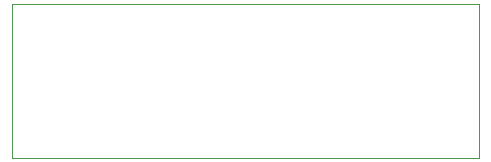
<source format=gbr>
%TF.GenerationSoftware,KiCad,Pcbnew,7.0.10*%
%TF.CreationDate,2024-02-12T10:02:05+01:00*%
%TF.ProjectId,CURRENT_SENSOR_SMD,43555252-454e-4545-9f53-454e534f525f,rev?*%
%TF.SameCoordinates,Original*%
%TF.FileFunction,Profile,NP*%
%FSLAX46Y46*%
G04 Gerber Fmt 4.6, Leading zero omitted, Abs format (unit mm)*
G04 Created by KiCad (PCBNEW 7.0.10) date 2024-02-12 10:02:05*
%MOMM*%
%LPD*%
G01*
G04 APERTURE LIST*
%TA.AperFunction,Profile*%
%ADD10C,0.100000*%
%TD*%
G04 APERTURE END LIST*
D10*
X51000000Y-53500000D02*
X90500000Y-53500000D01*
X90500000Y-66500000D01*
X51000000Y-66500000D01*
X51000000Y-53500000D01*
M02*

</source>
